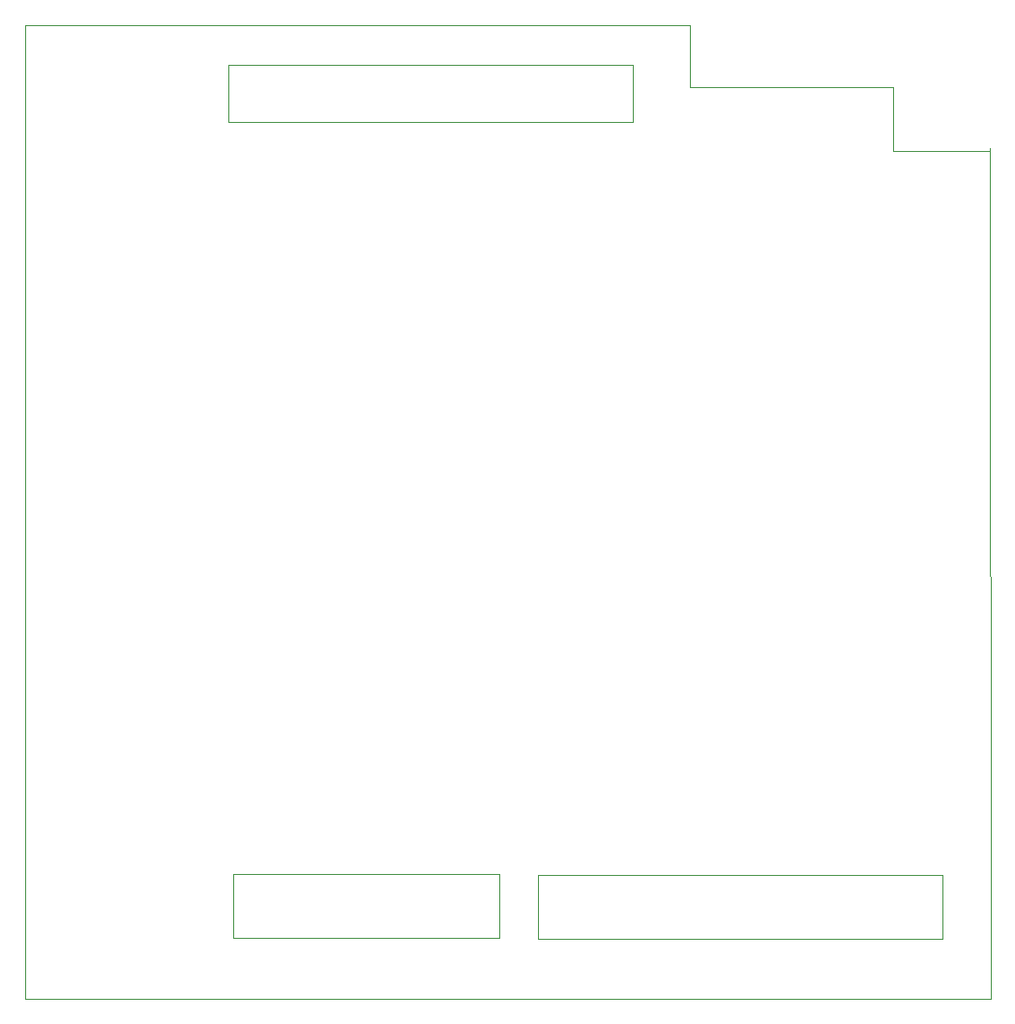
<source format=gbo>
G04 #@! TF.GenerationSoftware,KiCad,Pcbnew,7.0.2*
G04 #@! TF.CreationDate,2023-07-29T23:32:47+01:00*
G04 #@! TF.ProjectId,ECS-Prototype,4543532d-5072-46f7-946f-747970652e6b,1.4*
G04 #@! TF.SameCoordinates,Original*
G04 #@! TF.FileFunction,Legend,Bot*
G04 #@! TF.FilePolarity,Positive*
%FSLAX46Y46*%
G04 Gerber Fmt 4.6, Leading zero omitted, Abs format (unit mm)*
G04 Created by KiCad (PCBNEW 7.0.2) date 2023-07-29 23:32:47*
%MOMM*%
%LPD*%
G01*
G04 APERTURE LIST*
%ADD10C,0.100000*%
G04 APERTURE END LIST*
D10*
X310790000Y-140940000D02*
X226290000Y-140940000D01*
X310790000Y-140940000D02*
X310770000Y-66540000D01*
X226290000Y-140940000D02*
X226290000Y-55840000D01*
X302290000Y-66740000D02*
X310770000Y-66740000D01*
X302290000Y-61140000D02*
X302290000Y-66740000D01*
X284490000Y-61140000D02*
X302290000Y-61140000D01*
X284490000Y-55740000D02*
X284490000Y-61140000D01*
X226290000Y-55740000D02*
X284490000Y-55740000D01*
X306565000Y-135640000D02*
X271165000Y-135640000D01*
X271165000Y-135640000D02*
X271165000Y-130050000D01*
X271165000Y-130050000D02*
X306565000Y-130050000D01*
X306565000Y-130050000D02*
X306565000Y-135640000D01*
X267790000Y-135630000D02*
X244490000Y-135630000D01*
X244490000Y-135630000D02*
X244490000Y-130040000D01*
X244490000Y-130040000D02*
X267790000Y-130040000D01*
X267790000Y-130040000D02*
X267790000Y-135630000D01*
X279470000Y-64240000D02*
X244070000Y-64240000D01*
X244070000Y-64240000D02*
X244070000Y-59240000D01*
X244070000Y-59240000D02*
X279470000Y-59240000D01*
X279470000Y-59240000D02*
X279470000Y-64240000D01*
M02*

</source>
